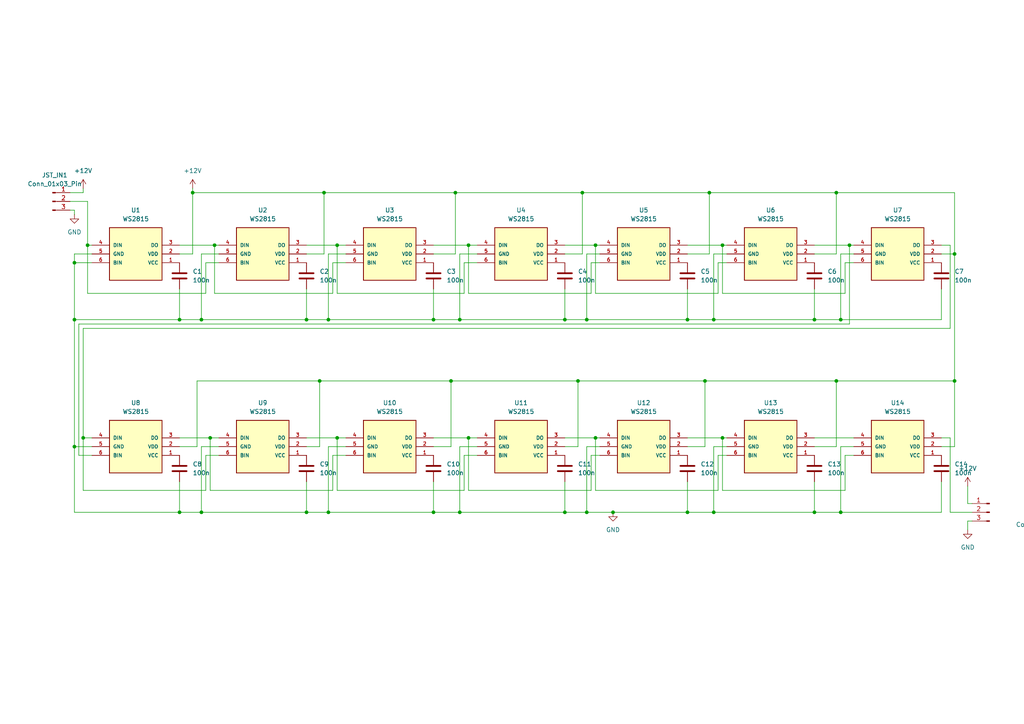
<source format=kicad_sch>
(kicad_sch (version 20250114) (generator "eeschema") (generator_version "9.0")
  (paper "A4")
  (lib_symbols
    (symbol "Connector:Conn_01x03_Pin" (pin_names (offset 1.016) (hide yes))
      (property "Reference" "J" (at 0 5.08 0))
      (property "Value" "Conn_01x03_Pin" (at 0 -5.08 0))
      (symbol "Conn_01x03_Pin_1_1"
        (rectangle (start 0.8636 2.667) (end 0 2.413) (stroke (width 0.1524)) (fill (type outline)))
        (rectangle (start 0.8636 0.127) (end 0 -0.127) (stroke (width 0.1524)) (fill (type outline)))
        (rectangle (start 0.8636 -2.413) (end 0 -2.667) (stroke (width 0.1524)) (fill (type outline)))
        (polyline (pts (xy 1.27 2.54) (xy 0.8636 2.54)) (stroke (width 0.1524)))
        (polyline (pts (xy 1.27 0) (xy 0.8636 0)) (stroke (width 0.1524)))
        (polyline (pts (xy 1.27 -2.54) (xy 0.8636 -2.54)) (stroke (width 0.1524)))
        (pin passive line (at 5.08 2.54 180) (length 3.81) (name "Pin_1") (number "1"))
        (pin passive line (at 5.08 0 180) (length 3.81) (name "Pin_2") (number "2"))
        (pin passive line (at 5.08 -2.54 180) (length 3.81) (name "Pin_3") (number "3"))
      )
    )
    (symbol "Device:C" (pin_numbers (hide yes)) (pin_names (offset 0.254))
      (property "Reference" "C" (at 0.635 2.54 0))
      (property "Value" "C" (at 0.635 -2.54 0))
      (symbol "C_0_1"
        (polyline (pts (xy -2.032 0.762) (xy 2.032 0.762)) (stroke (width 0.508)))
        (polyline (pts (xy -2.032 -0.762) (xy 2.032 -0.762)) (stroke (width 0.508)))
      )
      (symbol "C_1_1"
        (pin passive line (at 0 3.81 270) (length 2.794) (name "~") (number "1"))
        (pin passive line (at 0 -3.81 90) (length 2.794) (name "~") (number "2"))
      )
    )
    (symbol "LEDS:WS2815" (pin_names (offset 1.016))
      (property "Reference" "U" (at 0 0 0))
      (property "Value" "WS2815" (at 0 0 0))
      (symbol "WS2815_0_0"
        (rectangle (start -7.62 -5.08) (end 7.62 10.16) (stroke (width 0.254)) (fill (type background)))
        (pin bidirectional line (at -12.7 5.08 0) (length 5.08) (name "DIN") (number "4"))
        (pin bidirectional line (at -12.7 2.54 0) (length 5.08) (name "GND") (number "5"))
        (pin bidirectional line (at -12.7 0 0) (length 5.08) (name "BIN") (number "6"))
        (pin bidirectional line (at 12.7 5.08 180) (length 5.08) (name "DO") (number "3"))
        (pin bidirectional line (at 12.7 2.54 180) (length 5.08) (name "VDD") (number "2"))
        (pin bidirectional line (at 12.7 0 180) (length 5.08) (name "VCC") (number "1"))
      )
    )
    (symbol "power:+12V" (power) (pin_numbers (hide yes)) (pin_names (offset 0) (hide yes))
      (property "Value" "+12V" (at 0 3.556 0))
      (symbol "+12V_0_1"
        (polyline (pts (xy -0.762 1.27) (xy 0 2.54)))
        (polyline (pts (xy 0 2.54) (xy 0.762 1.27)))
        (polyline (pts (xy 0 0) (xy 0 2.54)))
      )
      (symbol "+12V_1_1"
        (pin power_in line (at 0 0 90) (length 0) (name "~") (number "1"))
      )
    )
    (symbol "power:GND" (power) (pin_numbers (hide yes)) (pin_names (offset 0) (hide yes))
      (property "Value" "GND" (at 0 -3.81 0))
      (symbol "GND_0_1"
        (polyline (pts (xy 0 0) (xy 0 -1.27) (xy 1.27 -1.27) (xy 0 -2.54) (xy -1.27 -1.27) (xy 0 -1.27)))
      )
      (symbol "GND_1_1"
        (pin power_in line (at 0 0 270) (length 0) (name "~") (number "1"))
      )
    )
  )
  (junction (at 170.18 92.71))
  (junction (at 242.57 110.49))
  (junction (at 170.18 148.59))
  (junction (at 172.72 127))
  (junction (at 276.86 73.66))
  (junction (at 125.73 92.71))
  (junction (at 167.64 110.49))
  (junction (at 168.91 55.88))
  (junction (at 135.89 71.12))
  (junction (at 95.25 148.59))
  (junction (at 276.86 110.49))
  (junction (at 97.79 71.12))
  (junction (at 25.4 71.12))
  (junction (at 163.83 92.71))
  (junction (at 130.81 110.49))
  (junction (at 209.55 127))
  (junction (at 132.08 55.88))
  (junction (at 93.98 55.88))
  (junction (at 97.79 127))
  (junction (at 24.13 127))
  (junction (at 133.35 148.59))
  (junction (at 172.72 71.12))
  (junction (at 199.39 148.59))
  (junction (at 88.9 148.59))
  (junction (at 52.07 148.59))
  (junction (at 207.01 92.71))
  (junction (at 95.25 92.71))
  (junction (at 88.9 92.71))
  (junction (at 204.47 110.49))
  (junction (at 163.83 148.59))
  (junction (at 21.59 129.54))
  (junction (at 92.71 110.49))
  (junction (at 62.23 71.12))
  (junction (at 52.07 92.71))
  (junction (at 242.57 55.88))
  (junction (at 205.74 55.88))
  (junction (at 177.8 148.59))
  (junction (at 135.89 127))
  (junction (at 236.22 92.71))
  (junction (at 246.38 71.12))
  (junction (at 125.73 148.59))
  (junction (at 236.22 148.59))
  (junction (at 60.96 127))
  (junction (at 133.35 92.71))
  (junction (at 58.42 92.71))
  (junction (at 207.01 148.59))
  (junction (at 199.39 92.71))
  (junction (at 243.84 92.71))
  (junction (at 21.59 92.71))
  (junction (at 55.88 55.88))
  (junction (at 209.55 71.12))
  (junction (at 243.84 148.59))
  (junction (at 58.42 148.59))
  (junction (at 21.59 76.2))
  (wire (pts (xy 280.67 151.13) (xy 280.67 153.67)))
  (wire (pts (xy 170.18 148.59) (xy 177.8 148.59)))
  (wire (pts (xy 130.81 110.49) (xy 92.71 110.49)))
  (wire (pts (xy 52.07 92.71) (xy 58.42 92.71)))
  (wire (pts (xy 63.5 73.66) (xy 58.42 73.66)))
  (wire (pts (xy 52.07 127) (xy 60.96 127)))
  (wire (pts (xy 21.59 148.59) (xy 52.07 148.59)))
  (wire (pts (xy 24.13 55.88) (xy 20.32 55.88)))
  (wire (pts (xy 52.07 73.66) (xy 55.88 73.66)))
  (wire (pts (xy 280.67 146.05) (xy 281.94 146.05)))
  (wire (pts (xy 171.45 142.24) (xy 135.89 142.24)))
  (wire (pts (xy 172.72 142.24) (xy 172.72 127)))
  (wire (pts (xy 62.23 71.12) (xy 63.5 71.12)))
  (wire (pts (xy 242.57 73.66) (xy 242.57 55.88)))
  (wire (pts (xy 245.11 132.08) (xy 245.11 142.24)))
  (wire (pts (xy 273.05 129.54) (xy 276.86 129.54)))
  (wire (pts (xy 167.64 129.54) (xy 167.64 110.49)))
  (wire (pts (xy 275.59 127) (xy 275.59 148.59)))
  (wire (pts (xy 125.73 83.82) (xy 125.73 92.71)))
  (wire (pts (xy 88.9 71.12) (xy 97.79 71.12)))
  (wire (pts (xy 236.22 73.66) (xy 242.57 73.66)))
  (wire (pts (xy 170.18 92.71) (xy 199.39 92.71)))
  (wire (pts (xy 207.01 129.54) (xy 207.01 148.59)))
  (wire (pts (xy 133.35 148.59) (xy 163.83 148.59)))
  (wire (pts (xy 209.55 142.24) (xy 209.55 127)))
  (wire (pts (xy 205.74 73.66) (xy 205.74 55.88)))
  (wire (pts (xy 24.13 95.25) (xy 275.59 95.25)))
  (wire (pts (xy 100.33 129.54) (xy 95.25 129.54)))
  (wire (pts (xy 275.59 71.12) (xy 273.05 71.12)))
  (wire (pts (xy 247.65 76.2) (xy 245.11 76.2)))
  (wire (pts (xy 210.82 76.2) (xy 208.28 76.2)))
  (wire (pts (xy 135.89 142.24) (xy 135.89 127)))
  (wire (pts (xy 275.59 95.25) (xy 275.59 71.12)))
  (wire (pts (xy 63.5 132.08) (xy 59.69 132.08)))
  (wire (pts (xy 58.42 148.59) (xy 88.9 148.59)))
  (wire (pts (xy 276.86 73.66) (xy 276.86 110.49)))
  (wire (pts (xy 26.67 129.54) (xy 21.59 129.54)))
  (wire (pts (xy 168.91 55.88) (xy 205.74 55.88)))
  (wire (pts (xy 275.59 127) (xy 273.05 127)))
  (wire (pts (xy 59.69 76.2) (xy 59.69 85.09)))
  (wire (pts (xy 138.43 73.66) (xy 133.35 73.66)))
  (wire (pts (xy 135.89 71.12) (xy 138.43 71.12)))
  (wire (pts (xy 134.62 132.08) (xy 134.62 142.24)))
  (wire (pts (xy 204.47 110.49) (xy 167.64 110.49)))
  (wire (pts (xy 97.79 142.24) (xy 97.79 127)))
  (wire (pts (xy 88.9 139.7) (xy 88.9 148.59)))
  (wire (pts (xy 21.59 129.54) (xy 21.59 148.59)))
  (wire (pts (xy 25.4 71.12) (xy 26.67 71.12)))
  (wire (pts (xy 163.83 139.7) (xy 163.83 148.59)))
  (wire (pts (xy 96.52 132.08) (xy 96.52 142.24)))
  (wire (pts (xy 163.83 83.82) (xy 163.83 92.71)))
  (wire (pts (xy 243.84 148.59) (xy 243.84 129.54)))
  (wire (pts (xy 52.07 139.7) (xy 52.07 148.59)))
  (wire (pts (xy 236.22 129.54) (xy 242.57 129.54)))
  (wire (pts (xy 173.99 129.54) (xy 170.18 129.54)))
  (wire (pts (xy 95.25 148.59) (xy 125.73 148.59)))
  (wire (pts (xy 163.83 71.12) (xy 172.72 71.12)))
  (wire (pts (xy 236.22 92.71) (xy 243.84 92.71)))
  (wire (pts (xy 100.33 132.08) (xy 96.52 132.08)))
  (wire (pts (xy 243.84 92.71) (xy 243.84 73.66)))
  (wire (pts (xy 21.59 62.23) (xy 21.59 60.96)))
  (wire (pts (xy 22.86 93.98) (xy 246.38 93.98)))
  (wire (pts (xy 125.73 127) (xy 135.89 127)))
  (wire (pts (xy 88.9 73.66) (xy 93.98 73.66)))
  (wire (pts (xy 208.28 76.2) (xy 208.28 85.09)))
  (wire (pts (xy 207.01 148.59) (xy 236.22 148.59)))
  (wire (pts (xy 130.81 129.54) (xy 130.81 110.49)))
  (wire (pts (xy 134.62 85.09) (xy 97.79 85.09)))
  (wire (pts (xy 96.52 142.24) (xy 60.96 142.24)))
  (wire (pts (xy 275.59 148.59) (xy 281.94 148.59)))
  (wire (pts (xy 134.62 142.24) (xy 97.79 142.24)))
  (wire (pts (xy 273.05 83.82) (xy 273.05 92.71)))
  (wire (pts (xy 22.86 132.08) (xy 22.86 93.98)))
  (wire (pts (xy 125.73 129.54) (xy 130.81 129.54)))
  (wire (pts (xy 243.84 73.66) (xy 247.65 73.66)))
  (wire (pts (xy 171.45 76.2) (xy 171.45 85.09)))
  (wire (pts (xy 172.72 127) (xy 173.99 127)))
  (wire (pts (xy 172.72 85.09) (xy 172.72 71.12)))
  (wire (pts (xy 95.25 73.66) (xy 95.25 92.71)))
  (wire (pts (xy 170.18 73.66) (xy 170.18 92.71)))
  (wire (pts (xy 210.82 129.54) (xy 207.01 129.54)))
  (wire (pts (xy 173.99 76.2) (xy 171.45 76.2)))
  (wire (pts (xy 199.39 71.12) (xy 209.55 71.12)))
  (wire (pts (xy 276.86 129.54) (xy 276.86 110.49)))
  (wire (pts (xy 133.35 92.71) (xy 163.83 92.71)))
  (wire (pts (xy 59.69 85.09) (xy 25.4 85.09)))
  (wire (pts (xy 273.05 139.7) (xy 273.05 148.59)))
  (wire (pts (xy 92.71 110.49) (xy 57.15 110.49)))
  (wire (pts (xy 209.55 127) (xy 210.82 127)))
  (wire (pts (xy 125.73 92.71) (xy 133.35 92.71)))
  (wire (pts (xy 163.83 127) (xy 172.72 127)))
  (wire (pts (xy 135.89 127) (xy 138.43 127)))
  (wire (pts (xy 133.35 73.66) (xy 133.35 92.71)))
  (wire (pts (xy 138.43 132.08) (xy 134.62 132.08)))
  (wire (pts (xy 55.88 54.61) (xy 55.88 55.88)))
  (wire (pts (xy 138.43 76.2) (xy 134.62 76.2)))
  (wire (pts (xy 125.73 148.59) (xy 133.35 148.59)))
  (wire (pts (xy 163.83 148.59) (xy 170.18 148.59)))
  (wire (pts (xy 132.08 73.66) (xy 132.08 55.88)))
  (wire (pts (xy 208.28 132.08) (xy 208.28 142.24)))
  (wire (pts (xy 60.96 142.24) (xy 60.96 127)))
  (wire (pts (xy 280.67 140.97) (xy 280.67 146.05)))
  (wire (pts (xy 21.59 76.2) (xy 26.67 76.2)))
  (wire (pts (xy 245.11 142.24) (xy 209.55 142.24)))
  (wire (pts (xy 245.11 76.2) (xy 245.11 85.09)))
  (wire (pts (xy 24.13 127) (xy 24.13 142.24)))
  (wire (pts (xy 52.07 129.54) (xy 57.15 129.54)))
  (wire (pts (xy 52.07 71.12) (xy 62.23 71.12)))
  (wire (pts (xy 52.07 83.82) (xy 52.07 92.71)))
  (wire (pts (xy 60.96 127) (xy 63.5 127)))
  (wire (pts (xy 132.08 55.88) (xy 168.91 55.88)))
  (wire (pts (xy 242.57 55.88) (xy 276.86 55.88)))
  (wire (pts (xy 173.99 73.66) (xy 170.18 73.66)))
  (wire (pts (xy 167.64 110.49) (xy 130.81 110.49)))
  (wire (pts (xy 62.23 85.09) (xy 62.23 71.12)))
  (wire (pts (xy 163.83 73.66) (xy 168.91 73.66)))
  (wire (pts (xy 125.73 73.66) (xy 132.08 73.66)))
  (wire (pts (xy 125.73 71.12) (xy 135.89 71.12)))
  (wire (pts (xy 96.52 76.2) (xy 96.52 85.09)))
  (wire (pts (xy 210.82 73.66) (xy 207.01 73.66)))
  (wire (pts (xy 199.39 83.82) (xy 199.39 92.71)))
  (wire (pts (xy 236.22 127) (xy 247.65 127)))
  (wire (pts (xy 207.01 73.66) (xy 207.01 92.71)))
  (wire (pts (xy 125.73 139.7) (xy 125.73 148.59)))
  (wire (pts (xy 246.38 93.98) (xy 246.38 71.12)))
  (wire (pts (xy 24.13 54.61) (xy 24.13 55.88)))
  (wire (pts (xy 25.4 58.42) (xy 25.4 71.12)))
  (wire (pts (xy 209.55 85.09) (xy 209.55 71.12)))
  (wire (pts (xy 24.13 127) (xy 26.67 127)))
  (wire (pts (xy 100.33 73.66) (xy 95.25 73.66)))
  (wire (pts (xy 88.9 92.71) (xy 95.25 92.71)))
  (wire (pts (xy 21.59 76.2) (xy 21.59 92.71)))
  (wire (pts (xy 276.86 55.88) (xy 276.86 73.66)))
  (wire (pts (xy 58.42 73.66) (xy 58.42 92.71)))
  (wire (pts (xy 57.15 110.49) (xy 57.15 129.54)))
  (wire (pts (xy 210.82 132.08) (xy 208.28 132.08)))
  (wire (pts (xy 21.59 92.71) (xy 52.07 92.71)))
  (wire (pts (xy 21.59 92.71) (xy 21.59 129.54)))
  (wire (pts (xy 204.47 129.54) (xy 204.47 110.49)))
  (wire (pts (xy 55.88 55.88) (xy 93.98 55.88)))
  (wire (pts (xy 242.57 110.49) (xy 204.47 110.49)))
  (wire (pts (xy 199.39 92.71) (xy 207.01 92.71)))
  (wire (pts (xy 208.28 142.24) (xy 172.72 142.24)))
  (wire (pts (xy 25.4 85.09) (xy 25.4 71.12)))
  (wire (pts (xy 199.39 148.59) (xy 207.01 148.59)))
  (wire (pts (xy 246.38 71.12) (xy 247.65 71.12)))
  (wire (pts (xy 52.07 148.59) (xy 58.42 148.59)))
  (wire (pts (xy 63.5 129.54) (xy 58.42 129.54)))
  (wire (pts (xy 58.42 92.71) (xy 88.9 92.71)))
  (wire (pts (xy 172.72 71.12) (xy 173.99 71.12)))
  (wire (pts (xy 93.98 55.88) (xy 132.08 55.88)))
  (wire (pts (xy 273.05 92.71) (xy 243.84 92.71)))
  (wire (pts (xy 135.89 85.09) (xy 135.89 71.12)))
  (wire (pts (xy 88.9 129.54) (xy 92.71 129.54)))
  (wire (pts (xy 97.79 85.09) (xy 97.79 71.12)))
  (wire (pts (xy 199.39 73.66) (xy 205.74 73.66)))
  (wire (pts (xy 209.55 71.12) (xy 210.82 71.12)))
  (wire (pts (xy 207.01 92.71) (xy 236.22 92.71)))
  (wire (pts (xy 205.74 55.88) (xy 242.57 55.88)))
  (wire (pts (xy 236.22 71.12) (xy 246.38 71.12)))
  (wire (pts (xy 95.25 92.71) (xy 125.73 92.71)))
  (wire (pts (xy 96.52 85.09) (xy 62.23 85.09)))
  (wire (pts (xy 247.65 132.08) (xy 245.11 132.08)))
  (wire (pts (xy 26.67 73.66) (xy 21.59 73.66)))
  (wire (pts (xy 138.43 129.54) (xy 133.35 129.54)))
  (wire (pts (xy 273.05 73.66) (xy 276.86 73.66)))
  (wire (pts (xy 208.28 85.09) (xy 172.72 85.09)))
  (wire (pts (xy 100.33 76.2) (xy 96.52 76.2)))
  (wire (pts (xy 171.45 132.08) (xy 171.45 142.24)))
  (wire (pts (xy 21.59 73.66) (xy 21.59 76.2)))
  (wire (pts (xy 199.39 127) (xy 209.55 127)))
  (wire (pts (xy 163.83 92.71) (xy 170.18 92.71)))
  (wire (pts (xy 88.9 127) (xy 97.79 127)))
  (wire (pts (xy 58.42 129.54) (xy 58.42 148.59)))
  (wire (pts (xy 93.98 73.66) (xy 93.98 55.88)))
  (wire (pts (xy 236.22 148.59) (xy 243.84 148.59)))
  (wire (pts (xy 243.84 129.54) (xy 247.65 129.54)))
  (wire (pts (xy 88.9 148.59) (xy 95.25 148.59)))
  (wire (pts (xy 236.22 83.82) (xy 236.22 92.71)))
  (wire (pts (xy 281.94 151.13) (xy 280.67 151.13)))
  (wire (pts (xy 92.71 129.54) (xy 92.71 110.49)))
  (wire (pts (xy 245.11 85.09) (xy 209.55 85.09)))
  (wire (pts (xy 21.59 60.96) (xy 20.32 60.96)))
  (wire (pts (xy 26.67 132.08) (xy 22.86 132.08)))
  (wire (pts (xy 236.22 139.7) (xy 236.22 148.59)))
  (wire (pts (xy 199.39 129.54) (xy 204.47 129.54)))
  (wire (pts (xy 20.32 58.42) (xy 25.4 58.42)))
  (wire (pts (xy 24.13 142.24) (xy 59.69 142.24)))
  (wire (pts (xy 134.62 76.2) (xy 134.62 85.09)))
  (wire (pts (xy 163.83 129.54) (xy 167.64 129.54)))
  (wire (pts (xy 59.69 76.2) (xy 63.5 76.2)))
  (wire (pts (xy 242.57 129.54) (xy 242.57 110.49)))
  (wire (pts (xy 97.79 127) (xy 100.33 127)))
  (wire (pts (xy 276.86 110.49) (xy 242.57 110.49)))
  (wire (pts (xy 97.79 71.12) (xy 100.33 71.12)))
  (wire (pts (xy 170.18 129.54) (xy 170.18 148.59)))
  (wire (pts (xy 177.8 148.59) (xy 199.39 148.59)))
  (wire (pts (xy 173.99 132.08) (xy 171.45 132.08)))
  (wire (pts (xy 24.13 127) (xy 24.13 95.25)))
  (wire (pts (xy 55.88 55.88) (xy 55.88 73.66)))
  (wire (pts (xy 88.9 83.82) (xy 88.9 92.71)))
  (wire (pts (xy 95.25 129.54) (xy 95.25 148.59)))
  (wire (pts (xy 199.39 139.7) (xy 199.39 148.59)))
  (wire (pts (xy 273.05 148.59) (xy 243.84 148.59)))
  (wire (pts (xy 171.45 85.09) (xy 135.89 85.09)))
  (wire (pts (xy 133.35 129.54) (xy 133.35 148.59)))
  (wire (pts (xy 168.91 73.66) (xy 168.91 55.88)))
  (wire (pts (xy 59.69 132.08) (xy 59.69 142.24)))
  (symbol (lib_id "LEDS:WS2815") (at 113.03 76.2 0) (unit 1)
    (property "Reference" "U3" (at 113.03 60.96 0))
    (property "Value" "WS2815" (at 113.03 63.5 0))
    (property "Footprint" "LEDS:LED-TRICOLOR-5050" (effects (hide yes)))
    (property "MF" "Normand" (effects (hide yes)))
    (property "Description_1" "Intelligent control LED integrated light source" (effects (hide yes)))
    (property "Package" "Package" (effects (hide yes)))
    (property "Price" "None" (effects (hide yes)))
    (property "SnapEDA_Link" "https://www.snapeda.com/parts/WS2815/Normand/view-part/?ref=snap" (effects (hide yes)))
    (property "MP" "WS2815" (effects (hide yes)))
    (property "Availability" "Not in stock" (effects (hide yes)))
    (property "Check_prices" "https://www.snapeda.com/parts/WS2815/Normand/view-part/?ref=eda" (effects (hide yes)))
  )
  (symbol (lib_id "Device:C") (at 273.05 80.01 0) (unit 1)
    (property "Reference" "C7" (at 276.86 78.7399 0) (effects (justify left)))
    (property "Value" "100n" (at 276.86 81.2799 0) (effects (justify left)))
    (property "Footprint" "Capacitor_SMD:C_1206_3216Metric_Pad1.33x1.80mm_HandSolder" (effects (hide yes)))
    (property "Description" "Unpolarized capacitor" (effects (hide yes)))
  )
  (symbol (lib_id "Device:C") (at 125.73 80.01 0) (unit 1)
    (property "Reference" "C3" (at 129.54 78.7399 0) (effects (justify left)))
    (property "Value" "100n" (at 129.54 81.2799 0) (effects (justify left)))
    (property "Footprint" "Capacitor_SMD:C_1206_3216Metric_Pad1.33x1.80mm_HandSolder" (effects (hide yes)))
    (property "Description" "Unpolarized capacitor" (effects (hide yes)))
  )
  (symbol (lib_id "LEDS:WS2815") (at 223.52 76.2 0) (unit 1)
    (property "Reference" "U6" (at 223.52 60.96 0))
    (property "Value" "WS2815" (at 223.52 63.5 0))
    (property "Footprint" "LEDS:LED-TRICOLOR-5050" (effects (hide yes)))
    (property "MF" "Normand" (effects (hide yes)))
    (property "Description_1" "Intelligent control LED integrated light source" (effects (hide yes)))
    (property "Package" "Package" (effects (hide yes)))
    (property "Price" "None" (effects (hide yes)))
    (property "SnapEDA_Link" "https://www.snapeda.com/parts/WS2815/Normand/view-part/?ref=snap" (effects (hide yes)))
    (property "MP" "WS2815" (effects (hide yes)))
    (property "Availability" "Not in stock" (effects (hide yes)))
    (property "Check_prices" "https://www.snapeda.com/parts/WS2815/Normand/view-part/?ref=eda" (effects (hide yes)))
  )
  (symbol (lib_id "Device:C") (at 88.9 135.89 0) (unit 1)
    (property "Reference" "C9" (at 92.71 134.6199 0) (effects (justify left)))
    (property "Value" "100n" (at 92.71 137.1599 0) (effects (justify left)))
    (property "Footprint" "Capacitor_SMD:C_1206_3216Metric_Pad1.33x1.80mm_HandSolder" (effects (hide yes)))
    (property "Description" "Unpolarized capacitor" (effects (hide yes)))
  )
  (symbol (lib_id "power:+12V") (at 55.88 54.61 0) (unit 1)
    (property "Reference" "#PWR03" (effects (hide yes)))
    (property "Value" "+12V" (at 55.88 49.53 0))
    (property "Description" "Power symbol creates a global label with name \"+12V\"" (effects (hide yes)))
  )
  (symbol (lib_id "LEDS:WS2815") (at 39.37 132.08 0) (unit 1)
    (property "Reference" "U8" (at 39.37 116.84 0))
    (property "Value" "WS2815" (at 39.37 119.38 0))
    (property "Footprint" "LEDS:LED-TRICOLOR-5050" (effects (hide yes)))
    (property "MF" "Normand" (effects (hide yes)))
    (property "Description_1" "Intelligent control LED integrated light source" (effects (hide yes)))
    (property "Package" "Package" (effects (hide yes)))
    (property "Price" "None" (effects (hide yes)))
    (property "SnapEDA_Link" "https://www.snapeda.com/parts/WS2815/Normand/view-part/?ref=snap" (effects (hide yes)))
    (property "MP" "WS2815" (effects (hide yes)))
    (property "Availability" "Not in stock" (effects (hide yes)))
    (property "Check_prices" "https://www.snapeda.com/parts/WS2815/Normand/view-part/?ref=eda" (effects (hide yes)))
  )
  (symbol (lib_id "LEDS:WS2815") (at 76.2 132.08 0) (unit 1)
    (property "Reference" "U9" (at 76.2 116.84 0))
    (property "Value" "WS2815" (at 76.2 119.38 0))
    (property "Footprint" "LEDS:LED-TRICOLOR-5050" (effects (hide yes)))
    (property "MF" "Normand" (effects (hide yes)))
    (property "Description_1" "Intelligent control LED integrated light source" (effects (hide yes)))
    (property "Package" "Package" (effects (hide yes)))
    (property "Price" "None" (effects (hide yes)))
    (property "SnapEDA_Link" "https://www.snapeda.com/parts/WS2815/Normand/view-part/?ref=snap" (effects (hide yes)))
    (property "MP" "WS2815" (effects (hide yes)))
    (property "Availability" "Not in stock" (effects (hide yes)))
    (property "Check_prices" "https://www.snapeda.com/parts/WS2815/Normand/view-part/?ref=eda" (effects (hide yes)))
  )
  (symbol (lib_id "Device:C") (at 163.83 135.89 0) (unit 1)
    (property "Reference" "C11" (at 167.64 134.6199 0) (effects (justify left)))
    (property "Value" "100n" (at 167.64 137.1599 0) (effects (justify left)))
    (property "Footprint" "Capacitor_SMD:C_1206_3216Metric_Pad1.33x1.80mm_HandSolder" (effects (hide yes)))
    (property "Description" "Unpolarized capacitor" (effects (hide yes)))
  )
  (symbol (lib_id "Device:C") (at 88.9 80.01 0) (unit 1)
    (property "Reference" "C2" (at 92.71 78.7399 0) (effects (justify left)))
    (property "Value" "100n" (at 92.71 81.2799 0) (effects (justify left)))
    (property "Footprint" "Capacitor_SMD:C_1206_3216Metric_Pad1.33x1.80mm_HandSolder" (effects (hide yes)))
    (property "Description" "Unpolarized capacitor" (effects (hide yes)))
  )
  (symbol (lib_id "LEDS:WS2815") (at 186.69 76.2 0) (unit 1)
    (property "Reference" "U5" (at 186.69 60.96 0))
    (property "Value" "WS2815" (at 186.69 63.5 0))
    (property "Footprint" "LEDS:LED-TRICOLOR-5050" (effects (hide yes)))
    (property "MF" "Normand" (effects (hide yes)))
    (property "Description_1" "Intelligent control LED integrated light source" (effects (hide yes)))
    (property "Package" "Package" (effects (hide yes)))
    (property "Price" "None" (effects (hide yes)))
    (property "SnapEDA_Link" "https://www.snapeda.com/parts/WS2815/Normand/view-part/?ref=snap" (effects (hide yes)))
    (property "MP" "WS2815" (effects (hide yes)))
    (property "Availability" "Not in stock" (effects (hide yes)))
    (property "Check_prices" "https://www.snapeda.com/parts/WS2815/Normand/view-part/?ref=eda" (effects (hide yes)))
  )
  (symbol (lib_id "LEDS:WS2815") (at 186.69 132.08 0) (unit 1)
    (property "Reference" "U12" (at 186.69 116.84 0))
    (property "Value" "WS2815" (at 186.69 119.38 0))
    (property "Footprint" "LEDS:LED-TRICOLOR-5050" (effects (hide yes)))
    (property "MF" "Normand" (effects (hide yes)))
    (property "Description_1" "Intelligent control LED integrated light source" (effects (hide yes)))
    (property "Package" "Package" (effects (hide yes)))
    (property "Price" "None" (effects (hide yes)))
    (property "SnapEDA_Link" "https://www.snapeda.com/parts/WS2815/Normand/view-part/?ref=snap" (effects (hide yes)))
    (property "MP" "WS2815" (effects (hide yes)))
    (property "Availability" "Not in stock" (effects (hide yes)))
    (property "Check_prices" "https://www.snapeda.com/parts/WS2815/Normand/view-part/?ref=eda" (effects (hide yes)))
  )
  (symbol (lib_id "Device:C") (at 163.83 80.01 0) (unit 1)
    (property "Reference" "C4" (at 167.64 78.7399 0) (effects (justify left)))
    (property "Value" "100n" (at 167.64 81.2799 0) (effects (justify left)))
    (property "Footprint" "Capacitor_SMD:C_1206_3216Metric_Pad1.33x1.80mm_HandSolder" (effects (hide yes)))
    (property "Description" "Unpolarized capacitor" (effects (hide yes)))
  )
  (symbol (lib_id "LEDS:WS2815") (at 223.52 132.08 0) (unit 1)
    (property "Reference" "U13" (at 223.52 116.84 0))
    (property "Value" "WS2815" (at 223.52 119.38 0))
    (property "Footprint" "LEDS:LED-TRICOLOR-5050" (effects (hide yes)))
    (property "MF" "Normand" (effects (hide yes)))
    (property "Description_1" "Intelligent control LED integrated light source" (effects (hide yes)))
    (property "Package" "Package" (effects (hide yes)))
    (property "Price" "None" (effects (hide yes)))
    (property "SnapEDA_Link" "https://www.snapeda.com/parts/WS2815/Normand/view-part/?ref=snap" (effects (hide yes)))
    (property "MP" "WS2815" (effects (hide yes)))
    (property "Availability" "Not in stock" (effects (hide yes)))
    (property "Check_prices" "https://www.snapeda.com/parts/WS2815/Normand/view-part/?ref=eda" (effects (hide yes)))
  )
  (symbol (lib_id "power:GND") (at 21.59 62.23 0) (unit 1)
    (property "Reference" "#PWR05" (effects (hide yes)))
    (property "Value" "GND" (at 21.59 67.31 0))
    (property "Description" "Power symbol creates a global label with name \"GND\" , ground" (effects (hide yes)))
  )
  (symbol (lib_id "power:GND") (at 280.67 153.67 0) (mirror y) (unit 1)
    (property "Reference" "#PWR06" (effects (hide yes)))
    (property "Value" "GND" (at 280.67 158.75 0))
    (property "Description" "Power symbol creates a global label with name \"GND\" , ground" (effects (hide yes)))
  )
  (symbol (lib_id "Device:C") (at 236.22 80.01 0) (unit 1)
    (property "Reference" "C6" (at 240.03 78.7399 0) (effects (justify left)))
    (property "Value" "100n" (at 240.03 81.2799 0) (effects (justify left)))
    (property "Footprint" "Capacitor_SMD:C_1206_3216Metric_Pad1.33x1.80mm_HandSolder" (effects (hide yes)))
    (property "Description" "Unpolarized capacitor" (effects (hide yes)))
  )
  (symbol (lib_id "Device:C") (at 52.07 135.89 0) (unit 1)
    (property "Reference" "C8" (at 55.88 134.6199 0) (effects (justify left)))
    (property "Value" "100n" (at 55.88 137.1599 0) (effects (justify left)))
    (property "Footprint" "Capacitor_SMD:C_1206_3216Metric_Pad1.33x1.80mm_HandSolder" (effects (hide yes)))
    (property "Description" "Unpolarized capacitor" (effects (hide yes)))
  )
  (symbol (lib_id "Device:C") (at 199.39 80.01 0) (unit 1)
    (property "Reference" "C5" (at 203.2 78.7399 0) (effects (justify left)))
    (property "Value" "100n" (at 203.2 81.2799 0) (effects (justify left)))
    (property "Footprint" "Capacitor_SMD:C_1206_3216Metric_Pad1.33x1.80mm_HandSolder" (effects (hide yes)))
    (property "Description" "Unpolarized capacitor" (effects (hide yes)))
  )
  (symbol (lib_id "LEDS:WS2815") (at 39.37 76.2 0) (unit 1)
    (property "Reference" "U1" (at 39.37 60.96 0))
    (property "Value" "WS2815" (at 39.37 63.5 0))
    (property "Footprint" "LEDS:LED-TRICOLOR-5050" (effects (hide yes)))
    (property "MF" "Normand" (effects (hide yes)))
    (property "Description_1" "Intelligent control LED integrated light source" (effects (hide yes)))
    (property "Package" "Package" (effects (hide yes)))
    (property "Price" "None" (effects (hide yes)))
    (property "SnapEDA_Link" "https://www.snapeda.com/parts/WS2815/Normand/view-part/?ref=snap" (effects (hide yes)))
    (property "MP" "WS2815" (effects (hide yes)))
    (property "Availability" "Not in stock" (effects (hide yes)))
    (property "Check_prices" "https://www.snapeda.com/parts/WS2815/Normand/view-part/?ref=eda" (effects (hide yes)))
  )
  (symbol (lib_id "power:GND") (at 177.8 148.59 0) (mirror y) (unit 1)
    (property "Reference" "#PWR04" (effects (hide yes)))
    (property "Value" "GND" (at 177.8 153.67 0))
    (property "Description" "Power symbol creates a global label with name \"GND\" , ground" (effects (hide yes)))
  )
  (symbol (lib_id "Device:C") (at 273.05 135.89 0) (unit 1)
    (property "Reference" "C14" (at 276.86 134.6199 0) (effects (justify left)))
    (property "Value" "100n" (at 276.86 137.1599 0) (effects (justify left)))
    (property "Footprint" "Capacitor_SMD:C_1206_3216Metric_Pad1.33x1.80mm_HandSolder" (effects (hide yes)))
    (property "Description" "Unpolarized capacitor" (effects (hide yes)))
  )
  (symbol (lib_id "LEDS:WS2815") (at 260.35 76.2 0) (unit 1)
    (property "Reference" "U7" (at 260.35 60.96 0))
    (property "Value" "WS2815" (at 260.35 63.5 0))
    (property "Footprint" "LEDS:LED-TRICOLOR-5050" (effects (hide yes)))
    (property "MF" "Normand" (effects (hide yes)))
    (property "Description_1" "Intelligent control LED integrated light source" (effects (hide yes)))
    (property "Package" "Package" (effects (hide yes)))
    (property "Price" "None" (effects (hide yes)))
    (property "SnapEDA_Link" "https://www.snapeda.com/parts/WS2815/Normand/view-part/?ref=snap" (effects (hide yes)))
    (property "MP" "WS2815" (effects (hide yes)))
    (property "Availability" "Not in stock" (effects (hide yes)))
    (property "Check_prices" "https://www.snapeda.com/parts/WS2815/Normand/view-part/?ref=eda" (effects (hide yes)))
  )
  (symbol (lib_id "LEDS:WS2815") (at 113.03 132.08 0) (unit 1)
    (property "Reference" "U10" (at 113.03 116.84 0))
    (property "Value" "WS2815" (at 113.03 119.38 0))
    (property "Footprint" "LEDS:LED-TRICOLOR-5050" (effects (hide yes)))
    (property "MF" "Normand" (effects (hide yes)))
    (property "Description_1" "Intelligent control LED integrated light source" (effects (hide yes)))
    (property "Package" "Package" (effects (hide yes)))
    (property "Price" "None" (effects (hide yes)))
    (property "SnapEDA_Link" "https://www.snapeda.com/parts/WS2815/Normand/view-part/?ref=snap" (effects (hide yes)))
    (property "MP" "WS2815" (effects (hide yes)))
    (property "Availability" "Not in stock" (effects (hide yes)))
    (property "Check_prices" "https://www.snapeda.com/parts/WS2815/Normand/view-part/?ref=eda" (effects (hide yes)))
  )
  (symbol (lib_id "LEDS:WS2815") (at 76.2 76.2 0) (unit 1)
    (property "Reference" "U2" (at 76.2 60.96 0))
    (property "Value" "WS2815" (at 76.2 63.5 0))
    (property "Footprint" "LEDS:LED-TRICOLOR-5050" (effects (hide yes)))
    (property "MF" "Normand" (effects (hide yes)))
    (property "Description_1" "Intelligent control LED integrated light source" (effects (hide yes)))
    (property "Package" "Package" (effects (hide yes)))
    (property "Price" "None" (effects (hide yes)))
    (property "SnapEDA_Link" "https://www.snapeda.com/parts/WS2815/Normand/view-part/?ref=snap" (effects (hide yes)))
    (property "MP" "WS2815" (effects (hide yes)))
    (property "Availability" "Not in stock" (effects (hide yes)))
    (property "Check_prices" "https://www.snapeda.com/parts/WS2815/Normand/view-part/?ref=eda" (effects (hide yes)))
  )
  (symbol (lib_id "power:+12V") (at 280.67 140.97 0) (unit 1)
    (property "Reference" "#PWR02" (effects (hide yes)))
    (property "Value" "+12V" (at 280.67 135.89 0))
    (property "Description" "Power symbol creates a global label with name \"+12V\"" (effects (hide yes)))
  )
  (symbol (lib_id "Device:C") (at 199.39 135.89 0) (unit 1)
    (property "Reference" "C12" (at 203.2 134.6199 0) (effects (justify left)))
    (property "Value" "100n" (at 203.2 137.1599 0) (effects (justify left)))
    (property "Footprint" "Capacitor_SMD:C_1206_3216Metric_Pad1.33x1.80mm_HandSolder" (effects (hide yes)))
    (property "Description" "Unpolarized capacitor" (effects (hide yes)))
  )
  (symbol (lib_id "LEDS:WS2815") (at 151.13 132.08 0) (unit 1)
    (property "Reference" "U11" (at 151.13 116.84 0))
    (property "Value" "WS2815" (at 151.13 119.38 0))
    (property "Footprint" "LEDS:LED-TRICOLOR-5050" (effects (hide yes)))
    (property "MF" "Normand" (effects (hide yes)))
    (property "Description_1" "Intelligent control LED integrated light source" (effects (hide yes)))
    (property "Package" "Package" (effects (hide yes)))
    (property "Price" "None" (effects (hide yes)))
    (property "SnapEDA_Link" "https://www.snapeda.com/parts/WS2815/Normand/view-part/?ref=snap" (effects (hide yes)))
    (property "MP" "WS2815" (effects (hide yes)))
    (property "Availability" "Not in stock" (effects (hide yes)))
    (property "Check_prices" "https://www.snapeda.com/parts/WS2815/Normand/view-part/?ref=eda" (effects (hide yes)))
  )
  (symbol (lib_id "Device:C") (at 52.07 80.01 0) (unit 1)
    (property "Reference" "C1" (at 55.88 78.7399 0) (effects (justify left)))
    (property "Value" "100n" (at 55.88 81.2799 0) (effects (justify left)))
    (property "Footprint" "Capacitor_SMD:C_1206_3216Metric_Pad1.33x1.80mm_HandSolder" (effects (hide yes)))
    (property "Description" "Unpolarized capacitor" (effects (hide yes)))
  )
  (symbol (lib_id "Connector:Conn_01x03_Pin") (at 287.02 148.59 0) (mirror y) (unit 1)
    (property "Reference" "JST_OUT1" (at 303.276 147.32 0))
    (property "Value" "Conn_01x03_Pin" (at 302.514 152.146 0))
    (property "Footprint" "Connector_JST:JST_XH_B3B-XH-A_1x03_P2.50mm_Vertical" (effects (hide yes)))
    (property "Description" "Generic connector, single row, 01x03, script generated" (effects (hide yes)))
  )
  (symbol (lib_id "Device:C") (at 125.73 135.89 0) (unit 1)
    (property "Reference" "C10" (at 129.54 134.6199 0) (effects (justify left)))
    (property "Value" "100n" (at 129.54 137.1599 0) (effects (justify left)))
    (property "Footprint" "Capacitor_SMD:C_1206_3216Metric_Pad1.33x1.80mm_HandSolder" (effects (hide yes)))
    (property "Description" "Unpolarized capacitor" (effects (hide yes)))
  )
  (symbol (lib_id "LEDS:WS2815") (at 260.35 132.08 0) (unit 1)
    (property "Reference" "U14" (at 260.35 116.84 0))
    (property "Value" "WS2815" (at 260.35 119.38 0))
    (property "Footprint" "LEDS:LED-TRICOLOR-5050" (effects (hide yes)))
    (property "MF" "Normand" (effects (hide yes)))
    (property "Description_1" "Intelligent control LED integrated light source" (effects (hide yes)))
    (property "Package" "Package" (effects (hide yes)))
    (property "Price" "None" (effects (hide yes)))
    (property "SnapEDA_Link" "https://www.snapeda.com/parts/WS2815/Normand/view-part/?ref=snap" (effects (hide yes)))
    (property "MP" "WS2815" (effects (hide yes)))
    (property "Availability" "Not in stock" (effects (hide yes)))
    (property "Check_prices" "https://www.snapeda.com/parts/WS2815/Normand/view-part/?ref=eda" (effects (hide yes)))
  )
  (symbol (lib_id "Connector:Conn_01x03_Pin") (at 15.24 58.42 0) (unit 1)
    (property "Reference" "JST_IN1" (at 15.875 50.8 0))
    (property "Value" "Conn_01x03_Pin" (at 15.875 53.34 0))
    (property "Footprint" "Connector_JST:JST_XH_B3B-XH-A_1x03_P2.50mm_Vertical" (effects (hide yes)))
    (property "Description" "Generic connector, single row, 01x03, script generated" (effects (hide yes)))
  )
  (symbol (lib_id "power:+12V") (at 24.13 54.61 0) (unit 1)
    (property "Reference" "#PWR01" (effects (hide yes)))
    (property "Value" "+12V" (at 24.13 49.53 0))
    (property "Description" "Power symbol creates a global label with name \"+12V\"" (effects (hide yes)))
  )
  (symbol (lib_id "LEDS:WS2815") (at 151.13 76.2 0) (unit 1)
    (property "Reference" "U4" (at 151.13 60.96 0))
    (property "Value" "WS2815" (at 151.13 63.5 0))
    (property "Footprint" "LEDS:LED-TRICOLOR-5050" (effects (hide yes)))
    (property "MF" "Normand" (effects (hide yes)))
    (property "Description_1" "Intelligent control LED integrated light source" (effects (hide yes)))
    (property "Package" "Package" (effects (hide yes)))
    (property "Price" "None" (effects (hide yes)))
    (property "SnapEDA_Link" "https://www.snapeda.com/parts/WS2815/Normand/view-part/?ref=snap" (effects (hide yes)))
    (property "MP" "WS2815" (effects (hide yes)))
    (property "Availability" "Not in stock" (effects (hide yes)))
    (property "Check_prices" "https://www.snapeda.com/parts/WS2815/Normand/view-part/?ref=eda" (effects (hide yes)))
  )
  (symbol (lib_id "Device:C") (at 236.22 135.89 0) (unit 1)
    (property "Reference" "C13" (at 240.03 134.6199 0) (effects (justify left)))
    (property "Value" "100n" (at 240.03 137.1599 0) (effects (justify left)))
    (property "Footprint" "Capacitor_SMD:C_1206_3216Metric_Pad1.33x1.80mm_HandSolder" (effects (hide yes)))
    (property "Description" "Unpolarized capacitor" (effects (hide yes)))
  )
)
</source>
